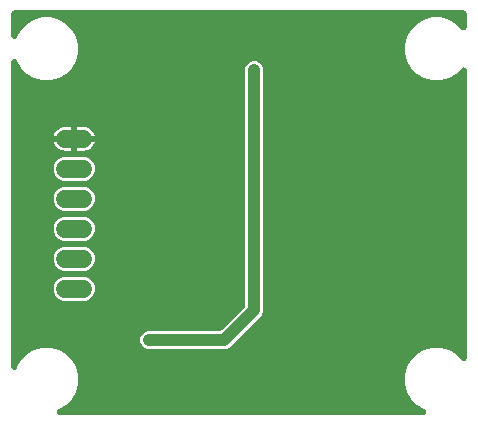
<source format=gbr>
G04 EAGLE Gerber RS-274X export*
G75*
%MOMM*%
%FSLAX34Y34*%
%LPD*%
%INBottom Copper*%
%IPPOS*%
%AMOC8*
5,1,8,0,0,1.08239X$1,22.5*%
G01*
%ADD10C,1.508000*%
%ADD11C,0.914400*%
%ADD12C,1.000000*%

G36*
X359183Y10171D02*
X359183Y10171D01*
X359302Y10172D01*
X359407Y10191D01*
X359514Y10201D01*
X359628Y10232D01*
X359745Y10253D01*
X359845Y10291D01*
X359948Y10319D01*
X360055Y10370D01*
X360166Y10412D01*
X360258Y10467D01*
X360355Y10513D01*
X360451Y10582D01*
X360553Y10642D01*
X360634Y10712D01*
X360721Y10775D01*
X360804Y10860D01*
X360893Y10938D01*
X360960Y11021D01*
X361035Y11097D01*
X361101Y11196D01*
X361176Y11288D01*
X361227Y11382D01*
X361287Y11470D01*
X361335Y11579D01*
X361392Y11683D01*
X361426Y11784D01*
X361469Y11882D01*
X361497Y11998D01*
X361535Y12110D01*
X361550Y12216D01*
X361576Y12320D01*
X361583Y12438D01*
X361600Y12555D01*
X361597Y12662D01*
X361603Y12769D01*
X361590Y12887D01*
X361586Y13006D01*
X361564Y13110D01*
X361551Y13216D01*
X361517Y13330D01*
X361492Y13446D01*
X361452Y13545D01*
X361421Y13647D01*
X361367Y13753D01*
X361322Y13863D01*
X361265Y13953D01*
X361217Y14049D01*
X361145Y14143D01*
X361082Y14243D01*
X361009Y14322D01*
X360945Y14407D01*
X360857Y14488D01*
X360777Y14575D01*
X360692Y14640D01*
X360614Y14712D01*
X360513Y14776D01*
X360419Y14848D01*
X360324Y14897D01*
X360234Y14954D01*
X360124Y14999D01*
X360018Y15054D01*
X359875Y15101D01*
X359817Y15125D01*
X359781Y15133D01*
X359722Y15153D01*
X359709Y15156D01*
X353630Y18666D01*
X348666Y23630D01*
X345156Y29709D01*
X343339Y36490D01*
X343339Y43510D01*
X345156Y50291D01*
X348666Y56370D01*
X353630Y61334D01*
X359709Y64844D01*
X366490Y66661D01*
X373510Y66661D01*
X380291Y64844D01*
X386370Y61334D01*
X391304Y56399D01*
X391404Y56316D01*
X391497Y56225D01*
X391577Y56172D01*
X391650Y56111D01*
X391763Y56046D01*
X391870Y55973D01*
X391958Y55935D01*
X392041Y55887D01*
X392163Y55844D01*
X392282Y55791D01*
X392375Y55768D01*
X392465Y55736D01*
X392593Y55715D01*
X392720Y55684D01*
X392815Y55678D01*
X392909Y55663D01*
X393039Y55665D01*
X393169Y55657D01*
X393264Y55668D01*
X393360Y55669D01*
X393487Y55694D01*
X393616Y55709D01*
X393708Y55736D01*
X393802Y55755D01*
X393923Y55801D01*
X394047Y55839D01*
X394132Y55882D01*
X394222Y55917D01*
X394333Y55984D01*
X394449Y56043D01*
X394525Y56101D01*
X394606Y56151D01*
X394704Y56237D01*
X394807Y56315D01*
X394872Y56386D01*
X394944Y56449D01*
X395024Y56551D01*
X395113Y56647D01*
X395164Y56727D01*
X395223Y56802D01*
X395284Y56917D01*
X395354Y57026D01*
X395391Y57115D01*
X395436Y57199D01*
X395476Y57323D01*
X395525Y57443D01*
X395545Y57536D01*
X395575Y57627D01*
X395593Y57756D01*
X395620Y57883D01*
X395628Y58013D01*
X395636Y58073D01*
X395635Y58118D01*
X395639Y58195D01*
X395639Y301805D01*
X395628Y301935D01*
X395626Y302065D01*
X395608Y302158D01*
X395599Y302254D01*
X395565Y302379D01*
X395540Y302507D01*
X395506Y302596D01*
X395481Y302688D01*
X395425Y302805D01*
X395378Y302927D01*
X395328Y303008D01*
X395287Y303095D01*
X395212Y303200D01*
X395144Y303311D01*
X395081Y303383D01*
X395025Y303461D01*
X394932Y303551D01*
X394846Y303649D01*
X394771Y303708D01*
X394703Y303775D01*
X394595Y303848D01*
X394493Y303928D01*
X394409Y303973D01*
X394330Y304027D01*
X394211Y304079D01*
X394096Y304141D01*
X394005Y304170D01*
X393918Y304209D01*
X393791Y304240D01*
X393668Y304280D01*
X393573Y304293D01*
X393480Y304316D01*
X393351Y304324D01*
X393222Y304341D01*
X393126Y304337D01*
X393031Y304343D01*
X392902Y304328D01*
X392772Y304323D01*
X392679Y304302D01*
X392584Y304291D01*
X392459Y304254D01*
X392332Y304225D01*
X392244Y304189D01*
X392153Y304161D01*
X392037Y304102D01*
X391917Y304052D01*
X391837Y304000D01*
X391751Y303957D01*
X391648Y303878D01*
X391539Y303808D01*
X391441Y303721D01*
X391393Y303685D01*
X391362Y303652D01*
X391304Y303601D01*
X386370Y298666D01*
X380291Y295156D01*
X373510Y293339D01*
X366490Y293339D01*
X359709Y295156D01*
X353630Y298666D01*
X348666Y303630D01*
X345156Y309709D01*
X343339Y316490D01*
X343339Y323510D01*
X345156Y330291D01*
X348666Y336370D01*
X353630Y341334D01*
X359709Y344844D01*
X366490Y346661D01*
X373510Y346661D01*
X380291Y344844D01*
X386370Y341334D01*
X391304Y336399D01*
X391404Y336316D01*
X391497Y336225D01*
X391577Y336172D01*
X391650Y336111D01*
X391763Y336046D01*
X391870Y335973D01*
X391958Y335935D01*
X392041Y335887D01*
X392163Y335844D01*
X392282Y335791D01*
X392375Y335768D01*
X392465Y335736D01*
X392593Y335715D01*
X392720Y335684D01*
X392815Y335678D01*
X392909Y335663D01*
X393039Y335665D01*
X393169Y335657D01*
X393264Y335668D01*
X393360Y335669D01*
X393487Y335694D01*
X393616Y335709D01*
X393708Y335736D01*
X393802Y335755D01*
X393923Y335801D01*
X394047Y335839D01*
X394132Y335882D01*
X394222Y335917D01*
X394333Y335984D01*
X394449Y336043D01*
X394525Y336101D01*
X394606Y336151D01*
X394704Y336237D01*
X394807Y336315D01*
X394872Y336386D01*
X394944Y336449D01*
X395024Y336551D01*
X395113Y336647D01*
X395164Y336727D01*
X395223Y336802D01*
X395284Y336917D01*
X395354Y337026D01*
X395391Y337115D01*
X395436Y337199D01*
X395476Y337323D01*
X395525Y337443D01*
X395545Y337536D01*
X395575Y337627D01*
X395593Y337756D01*
X395620Y337883D01*
X395628Y338013D01*
X395636Y338073D01*
X395635Y338118D01*
X395639Y338195D01*
X395639Y350100D01*
X395636Y350135D01*
X395638Y350169D01*
X395616Y350358D01*
X395599Y350549D01*
X395590Y350582D01*
X395586Y350616D01*
X395531Y350799D01*
X395481Y350983D01*
X395466Y351014D01*
X395456Y351047D01*
X395369Y351218D01*
X395287Y351390D01*
X395267Y351418D01*
X395252Y351449D01*
X395136Y351601D01*
X395025Y351756D01*
X395000Y351780D01*
X394980Y351807D01*
X394840Y351936D01*
X394703Y352070D01*
X394674Y352089D01*
X394648Y352113D01*
X394487Y352215D01*
X394330Y352322D01*
X394298Y352336D01*
X394269Y352354D01*
X394092Y352427D01*
X393918Y352504D01*
X393884Y352512D01*
X393852Y352525D01*
X393665Y352565D01*
X393480Y352611D01*
X393446Y352613D01*
X393412Y352620D01*
X393100Y352639D01*
X12700Y352639D01*
X12665Y352636D01*
X12631Y352638D01*
X12442Y352616D01*
X12251Y352599D01*
X12218Y352590D01*
X12184Y352586D01*
X12001Y352531D01*
X11817Y352481D01*
X11786Y352466D01*
X11753Y352456D01*
X11582Y352369D01*
X11410Y352287D01*
X11382Y352267D01*
X11351Y352252D01*
X11199Y352136D01*
X11044Y352025D01*
X11020Y352000D01*
X10993Y351980D01*
X10864Y351840D01*
X10730Y351703D01*
X10711Y351674D01*
X10687Y351648D01*
X10585Y351487D01*
X10478Y351330D01*
X10464Y351298D01*
X10446Y351269D01*
X10373Y351092D01*
X10296Y350918D01*
X10288Y350884D01*
X10275Y350852D01*
X10235Y350665D01*
X10189Y350480D01*
X10187Y350446D01*
X10180Y350412D01*
X10161Y350100D01*
X10161Y330935D01*
X10171Y330817D01*
X10172Y330698D01*
X10191Y330593D01*
X10201Y330486D01*
X10232Y330372D01*
X10253Y330255D01*
X10291Y330155D01*
X10319Y330052D01*
X10370Y329945D01*
X10412Y329834D01*
X10467Y329742D01*
X10513Y329645D01*
X10582Y329549D01*
X10642Y329447D01*
X10712Y329366D01*
X10775Y329279D01*
X10860Y329197D01*
X10937Y329107D01*
X11021Y329040D01*
X11097Y328965D01*
X11196Y328899D01*
X11288Y328824D01*
X11382Y328773D01*
X11470Y328713D01*
X11579Y328665D01*
X11683Y328608D01*
X11784Y328574D01*
X11882Y328531D01*
X11998Y328503D01*
X12110Y328465D01*
X12216Y328450D01*
X12320Y328424D01*
X12438Y328417D01*
X12555Y328400D01*
X12662Y328403D01*
X12769Y328397D01*
X12887Y328410D01*
X13005Y328414D01*
X13110Y328436D01*
X13216Y328449D01*
X13330Y328483D01*
X13446Y328508D01*
X13545Y328548D01*
X13647Y328579D01*
X13753Y328633D01*
X13863Y328678D01*
X13953Y328735D01*
X14049Y328783D01*
X14143Y328855D01*
X14243Y328918D01*
X14322Y328991D01*
X14407Y329055D01*
X14488Y329143D01*
X14575Y329223D01*
X14640Y329308D01*
X14712Y329386D01*
X14776Y329487D01*
X14848Y329581D01*
X14897Y329676D01*
X14954Y329766D01*
X14999Y329876D01*
X15053Y329982D01*
X15101Y330125D01*
X15125Y330183D01*
X15133Y330219D01*
X15153Y330278D01*
X15156Y330291D01*
X18666Y336370D01*
X23630Y341334D01*
X29709Y344844D01*
X36490Y346661D01*
X43510Y346661D01*
X50291Y344844D01*
X56370Y341334D01*
X61334Y336370D01*
X64844Y330291D01*
X66661Y323510D01*
X66661Y316490D01*
X64844Y309709D01*
X61334Y303630D01*
X56370Y298666D01*
X50291Y295156D01*
X43510Y293339D01*
X36490Y293339D01*
X29709Y295156D01*
X23630Y298666D01*
X18666Y303630D01*
X15156Y309709D01*
X15153Y309722D01*
X15112Y309834D01*
X15081Y309948D01*
X15035Y310044D01*
X14998Y310145D01*
X14938Y310248D01*
X14887Y310355D01*
X14825Y310441D01*
X14771Y310534D01*
X14694Y310624D01*
X14625Y310721D01*
X14549Y310795D01*
X14479Y310877D01*
X14388Y310952D01*
X14303Y311035D01*
X14214Y311095D01*
X14131Y311162D01*
X14028Y311220D01*
X13930Y311287D01*
X13832Y311330D01*
X13738Y311382D01*
X13626Y311421D01*
X13518Y311469D01*
X13414Y311494D01*
X13313Y311529D01*
X13196Y311548D01*
X13080Y311576D01*
X12974Y311582D01*
X12868Y311599D01*
X12749Y311596D01*
X12631Y311603D01*
X12525Y311591D01*
X12418Y311589D01*
X12302Y311565D01*
X12184Y311551D01*
X12081Y311520D01*
X11976Y311499D01*
X11866Y311455D01*
X11753Y311421D01*
X11657Y311372D01*
X11558Y311333D01*
X11457Y311270D01*
X11351Y311217D01*
X11266Y311152D01*
X11175Y311096D01*
X11087Y311016D01*
X10993Y310945D01*
X10920Y310866D01*
X10841Y310794D01*
X10768Y310701D01*
X10687Y310614D01*
X10630Y310523D01*
X10564Y310439D01*
X10509Y310334D01*
X10446Y310234D01*
X10405Y310135D01*
X10355Y310040D01*
X10320Y309927D01*
X10275Y309817D01*
X10252Y309712D01*
X10220Y309611D01*
X10205Y309493D01*
X10180Y309377D01*
X10171Y309226D01*
X10163Y309164D01*
X10165Y309127D01*
X10161Y309065D01*
X10161Y50935D01*
X10171Y50817D01*
X10172Y50698D01*
X10191Y50593D01*
X10201Y50486D01*
X10232Y50372D01*
X10253Y50255D01*
X10291Y50155D01*
X10319Y50052D01*
X10370Y49945D01*
X10412Y49834D01*
X10467Y49742D01*
X10513Y49645D01*
X10582Y49549D01*
X10642Y49447D01*
X10712Y49366D01*
X10775Y49279D01*
X10860Y49197D01*
X10937Y49107D01*
X11021Y49040D01*
X11097Y48965D01*
X11196Y48899D01*
X11288Y48824D01*
X11382Y48773D01*
X11470Y48713D01*
X11579Y48665D01*
X11683Y48608D01*
X11784Y48574D01*
X11882Y48531D01*
X11998Y48503D01*
X12110Y48465D01*
X12216Y48450D01*
X12320Y48424D01*
X12438Y48417D01*
X12555Y48400D01*
X12662Y48403D01*
X12769Y48397D01*
X12887Y48410D01*
X13005Y48414D01*
X13110Y48436D01*
X13216Y48449D01*
X13330Y48483D01*
X13446Y48508D01*
X13545Y48548D01*
X13647Y48579D01*
X13753Y48633D01*
X13863Y48678D01*
X13953Y48735D01*
X14049Y48783D01*
X14143Y48855D01*
X14243Y48918D01*
X14322Y48991D01*
X14407Y49055D01*
X14488Y49143D01*
X14575Y49223D01*
X14640Y49308D01*
X14712Y49386D01*
X14776Y49487D01*
X14848Y49581D01*
X14897Y49676D01*
X14954Y49766D01*
X14999Y49876D01*
X15053Y49982D01*
X15101Y50125D01*
X15125Y50183D01*
X15133Y50219D01*
X15153Y50278D01*
X15156Y50291D01*
X18666Y56370D01*
X23630Y61334D01*
X29709Y64844D01*
X36490Y66661D01*
X43510Y66661D01*
X50291Y64844D01*
X56370Y61334D01*
X61334Y56370D01*
X64844Y50291D01*
X66661Y43510D01*
X66661Y36490D01*
X64844Y29709D01*
X61334Y23630D01*
X56370Y18666D01*
X50291Y15156D01*
X50278Y15153D01*
X50167Y15112D01*
X50052Y15081D01*
X49955Y15035D01*
X49855Y14998D01*
X49752Y14938D01*
X49645Y14887D01*
X49559Y14825D01*
X49466Y14771D01*
X49376Y14694D01*
X49279Y14625D01*
X49205Y14549D01*
X49123Y14479D01*
X49048Y14388D01*
X48965Y14303D01*
X48905Y14214D01*
X48838Y14131D01*
X48780Y14028D01*
X48713Y13930D01*
X48670Y13832D01*
X48618Y13738D01*
X48579Y13626D01*
X48531Y13518D01*
X48506Y13414D01*
X48471Y13313D01*
X48452Y13195D01*
X48424Y13080D01*
X48418Y12974D01*
X48401Y12868D01*
X48404Y12749D01*
X48397Y12631D01*
X48409Y12525D01*
X48411Y12418D01*
X48435Y12302D01*
X48449Y12184D01*
X48480Y12081D01*
X48501Y11977D01*
X48545Y11866D01*
X48579Y11753D01*
X48628Y11657D01*
X48667Y11558D01*
X48729Y11457D01*
X48783Y11351D01*
X48848Y11266D01*
X48904Y11175D01*
X48984Y11087D01*
X49055Y10993D01*
X49134Y10920D01*
X49205Y10841D01*
X49299Y10768D01*
X49386Y10687D01*
X49477Y10630D01*
X49561Y10564D01*
X49666Y10509D01*
X49766Y10446D01*
X49865Y10405D01*
X49960Y10355D01*
X50073Y10320D01*
X50183Y10275D01*
X50287Y10252D01*
X50389Y10220D01*
X50507Y10205D01*
X50623Y10180D01*
X50774Y10171D01*
X50836Y10163D01*
X50873Y10165D01*
X50935Y10161D01*
X359065Y10161D01*
X359183Y10171D01*
G37*
%LPC*%
G36*
X125500Y65959D02*
X125500Y65959D01*
X122729Y67107D01*
X120607Y69229D01*
X119459Y72000D01*
X119459Y75000D01*
X120607Y77771D01*
X122729Y79893D01*
X125500Y81041D01*
X186325Y81041D01*
X186488Y81055D01*
X186653Y81062D01*
X186712Y81075D01*
X186773Y81081D01*
X186932Y81124D01*
X187092Y81160D01*
X187149Y81183D01*
X187208Y81199D01*
X187356Y81270D01*
X187508Y81333D01*
X187559Y81366D01*
X187614Y81393D01*
X187748Y81488D01*
X187886Y81578D01*
X187944Y81629D01*
X187980Y81655D01*
X188023Y81698D01*
X188120Y81784D01*
X207616Y101280D01*
X207721Y101406D01*
X207833Y101527D01*
X207865Y101578D01*
X207904Y101625D01*
X207986Y101768D01*
X208074Y101907D01*
X208098Y101963D01*
X208128Y102016D01*
X208183Y102171D01*
X208245Y102323D01*
X208258Y102383D01*
X208279Y102440D01*
X208305Y102603D01*
X208340Y102763D01*
X208345Y102840D01*
X208352Y102885D01*
X208351Y102946D01*
X208359Y103075D01*
X208359Y303600D01*
X209507Y306371D01*
X211629Y308493D01*
X214400Y309641D01*
X217400Y309641D01*
X220171Y308493D01*
X222293Y306371D01*
X223441Y303600D01*
X223441Y97400D01*
X222293Y94629D01*
X194771Y67107D01*
X192000Y65959D01*
X125500Y65959D01*
G37*
%LPD*%
%LPC*%
G36*
X53955Y208519D02*
X53955Y208519D01*
X50250Y210054D01*
X47414Y212890D01*
X45879Y216595D01*
X45879Y220605D01*
X47414Y224310D01*
X50250Y227146D01*
X53955Y228681D01*
X73045Y228681D01*
X76750Y227146D01*
X79586Y224310D01*
X81121Y220605D01*
X81121Y216595D01*
X79586Y212890D01*
X76750Y210054D01*
X73045Y208519D01*
X53955Y208519D01*
G37*
%LPD*%
%LPC*%
G36*
X53955Y183119D02*
X53955Y183119D01*
X50250Y184654D01*
X47414Y187490D01*
X45879Y191195D01*
X45879Y195205D01*
X47414Y198910D01*
X50250Y201746D01*
X53955Y203281D01*
X73045Y203281D01*
X76750Y201746D01*
X79586Y198910D01*
X81121Y195205D01*
X81121Y191195D01*
X79586Y187490D01*
X76750Y184654D01*
X73045Y183119D01*
X53955Y183119D01*
G37*
%LPD*%
%LPC*%
G36*
X53955Y157719D02*
X53955Y157719D01*
X50250Y159254D01*
X47414Y162090D01*
X45879Y165795D01*
X45879Y169805D01*
X47414Y173510D01*
X50250Y176346D01*
X53955Y177881D01*
X73045Y177881D01*
X76750Y176346D01*
X79586Y173510D01*
X81121Y169805D01*
X81121Y165795D01*
X79586Y162090D01*
X76750Y159254D01*
X73045Y157719D01*
X53955Y157719D01*
G37*
%LPD*%
%LPC*%
G36*
X53955Y132319D02*
X53955Y132319D01*
X50250Y133854D01*
X47414Y136690D01*
X45879Y140395D01*
X45879Y144405D01*
X47414Y148110D01*
X50250Y150946D01*
X53955Y152481D01*
X73045Y152481D01*
X76750Y150946D01*
X79586Y148110D01*
X81121Y144405D01*
X81121Y140395D01*
X79586Y136690D01*
X76750Y133854D01*
X73045Y132319D01*
X53955Y132319D01*
G37*
%LPD*%
%LPC*%
G36*
X53955Y106919D02*
X53955Y106919D01*
X50250Y108454D01*
X47414Y111290D01*
X45879Y114995D01*
X45879Y119005D01*
X47414Y122710D01*
X50250Y125546D01*
X53955Y127081D01*
X73045Y127081D01*
X76750Y125546D01*
X79586Y122710D01*
X81121Y119005D01*
X81121Y114995D01*
X79586Y111290D01*
X76750Y108454D01*
X73045Y106919D01*
X53955Y106919D01*
G37*
%LPD*%
%LPC*%
G36*
X66039Y246539D02*
X66039Y246539D01*
X66039Y254081D01*
X71833Y254081D01*
X73401Y253832D01*
X74910Y253342D01*
X76323Y252622D01*
X77607Y251689D01*
X78729Y250567D01*
X79662Y249283D01*
X80382Y247870D01*
X80814Y246539D01*
X66039Y246539D01*
G37*
%LPD*%
%LPC*%
G36*
X46186Y246539D02*
X46186Y246539D01*
X46618Y247870D01*
X47338Y249283D01*
X48271Y250567D01*
X49393Y251689D01*
X50677Y252622D01*
X52090Y253342D01*
X53599Y253832D01*
X55167Y254081D01*
X60961Y254081D01*
X60961Y246539D01*
X46186Y246539D01*
G37*
%LPD*%
%LPC*%
G36*
X66039Y233919D02*
X66039Y233919D01*
X66039Y241461D01*
X80814Y241461D01*
X80382Y240130D01*
X79662Y238717D01*
X78729Y237433D01*
X77607Y236311D01*
X76323Y235378D01*
X74910Y234658D01*
X73401Y234168D01*
X71833Y233919D01*
X66039Y233919D01*
G37*
%LPD*%
%LPC*%
G36*
X55167Y233919D02*
X55167Y233919D01*
X53599Y234168D01*
X52090Y234658D01*
X50677Y235378D01*
X49393Y236311D01*
X48271Y237433D01*
X47338Y238717D01*
X46618Y240130D01*
X46186Y241461D01*
X60961Y241461D01*
X60961Y233919D01*
X55167Y233919D01*
G37*
%LPD*%
D10*
X71040Y117000D02*
X55960Y117000D01*
X55960Y142400D02*
X71040Y142400D01*
X71040Y167800D02*
X55960Y167800D01*
X55960Y193200D02*
X71040Y193200D01*
X71040Y218600D02*
X55960Y218600D01*
X55960Y244000D02*
X71040Y244000D01*
D11*
X127000Y73500D03*
X215900Y98900D03*
X215900Y162400D03*
X215900Y238600D03*
X215900Y302100D03*
D12*
X215900Y98900D02*
X190500Y73500D01*
X127000Y73500D01*
X215900Y238600D02*
X215900Y302100D01*
X215900Y238600D02*
X215900Y98900D01*
X215900Y162400D01*
M02*

</source>
